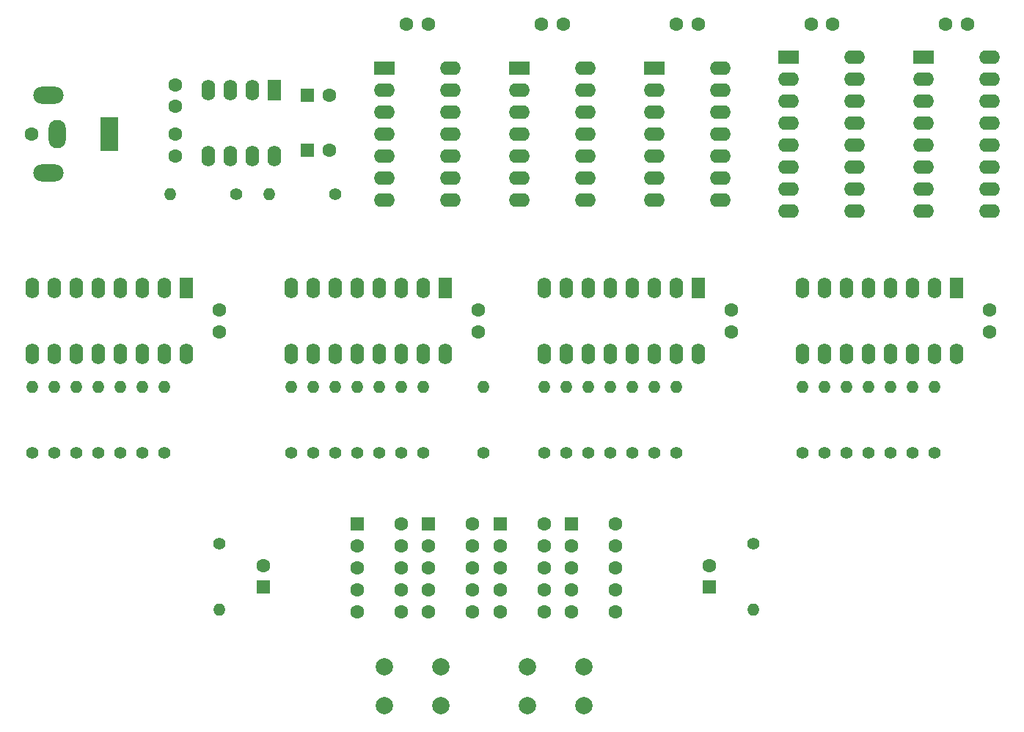
<source format=gbr>
%TF.GenerationSoftware,KiCad,Pcbnew,5.1.7-a382d34a8~87~ubuntu20.04.1*%
%TF.CreationDate,2020-10-16T12:11:00-03:00*%
%TF.ProjectId,cronometro-conta-para-zera,63726f6e-6f6d-4657-9472-6f2d636f6e74,rev?*%
%TF.SameCoordinates,Original*%
%TF.FileFunction,Soldermask,Top*%
%TF.FilePolarity,Negative*%
%FSLAX46Y46*%
G04 Gerber Fmt 4.6, Leading zero omitted, Abs format (unit mm)*
G04 Created by KiCad (PCBNEW 5.1.7-a382d34a8~87~ubuntu20.04.1) date 2020-10-16 12:11:00*
%MOMM*%
%LPD*%
G01*
G04 APERTURE LIST*
%ADD10O,2.400000X1.600000*%
%ADD11R,2.400000X1.600000*%
%ADD12C,1.600000*%
%ADD13R,1.600000X1.600000*%
%ADD14O,1.600000X2.400000*%
%ADD15R,1.600000X2.400000*%
%ADD16C,2.000000*%
%ADD17O,1.400000X1.400000*%
%ADD18C,1.400000*%
%ADD19O,3.500000X2.000000*%
%ADD20O,2.000000X3.300000*%
%ADD21R,2.000000X4.000000*%
G04 APERTURE END LIST*
D10*
%TO.C,U3*%
X225742000Y-31750000D03*
X218122000Y-49530000D03*
X225742000Y-34290000D03*
X218122000Y-46990000D03*
X225742000Y-36830000D03*
X218122000Y-44450000D03*
X225742000Y-39370000D03*
X218122000Y-41910000D03*
X225742000Y-41910000D03*
X218122000Y-39370000D03*
X225742000Y-44450000D03*
X218122000Y-36830000D03*
X225742000Y-46990000D03*
X218122000Y-34290000D03*
X225742000Y-49530000D03*
D11*
X218122000Y-31750000D03*
%TD*%
D12*
%TO.C,U14*%
X173355000Y-85725000D03*
X173355000Y-88265000D03*
X173355000Y-90805000D03*
X173355000Y-93345000D03*
X173355000Y-95885000D03*
X168275000Y-95885000D03*
X168275000Y-93345000D03*
X168275000Y-90805000D03*
X168275000Y-88265000D03*
D13*
X168275000Y-85725000D03*
%TD*%
D12*
%TO.C,U13*%
X181610000Y-85725000D03*
X181610000Y-88265000D03*
X181610000Y-90805000D03*
X181610000Y-93345000D03*
X181610000Y-95885000D03*
X176530000Y-95885000D03*
X176530000Y-93345000D03*
X176530000Y-90805000D03*
X176530000Y-88265000D03*
D13*
X176530000Y-85725000D03*
%TD*%
D12*
%TO.C,U12*%
X189865000Y-85725000D03*
X189865000Y-88265000D03*
X189865000Y-90805000D03*
X189865000Y-93345000D03*
X189865000Y-95885000D03*
X184785000Y-95885000D03*
X184785000Y-93345000D03*
X184785000Y-90805000D03*
X184785000Y-88265000D03*
D13*
X184785000Y-85725000D03*
%TD*%
D12*
%TO.C,U11*%
X198120000Y-85725000D03*
X198120000Y-88265000D03*
X198120000Y-90805000D03*
X198120000Y-93345000D03*
X198120000Y-95885000D03*
X193040000Y-95885000D03*
X193040000Y-93345000D03*
X193040000Y-90805000D03*
X193040000Y-88265000D03*
D13*
X193040000Y-85725000D03*
%TD*%
D14*
%TO.C,U10*%
X148590000Y-66040000D03*
X130810000Y-58420000D03*
X146050000Y-66040000D03*
X133350000Y-58420000D03*
X143510000Y-66040000D03*
X135890000Y-58420000D03*
X140970000Y-66040000D03*
X138430000Y-58420000D03*
X138430000Y-66040000D03*
X140970000Y-58420000D03*
X135890000Y-66040000D03*
X143510000Y-58420000D03*
X133350000Y-66040000D03*
X146050000Y-58420000D03*
X130810000Y-66040000D03*
D15*
X148590000Y-58420000D03*
%TD*%
D14*
%TO.C,U9*%
X178435000Y-66040000D03*
X160655000Y-58420000D03*
X175895000Y-66040000D03*
X163195000Y-58420000D03*
X173355000Y-66040000D03*
X165735000Y-58420000D03*
X170815000Y-66040000D03*
X168275000Y-58420000D03*
X168275000Y-66040000D03*
X170815000Y-58420000D03*
X165735000Y-66040000D03*
X173355000Y-58420000D03*
X163195000Y-66040000D03*
X175895000Y-58420000D03*
X160655000Y-66040000D03*
D15*
X178435000Y-58420000D03*
%TD*%
D14*
%TO.C,U8*%
X207645000Y-66040000D03*
X189865000Y-58420000D03*
X205105000Y-66040000D03*
X192405000Y-58420000D03*
X202565000Y-66040000D03*
X194945000Y-58420000D03*
X200025000Y-66040000D03*
X197485000Y-58420000D03*
X197485000Y-66040000D03*
X200025000Y-58420000D03*
X194945000Y-66040000D03*
X202565000Y-58420000D03*
X192405000Y-66040000D03*
X205105000Y-58420000D03*
X189865000Y-66040000D03*
D15*
X207645000Y-58420000D03*
%TD*%
D14*
%TO.C,U7*%
X237490000Y-66040000D03*
X219710000Y-58420000D03*
X234950000Y-66040000D03*
X222250000Y-58420000D03*
X232410000Y-66040000D03*
X224790000Y-58420000D03*
X229870000Y-66040000D03*
X227330000Y-58420000D03*
X227330000Y-66040000D03*
X229870000Y-58420000D03*
X224790000Y-66040000D03*
X232410000Y-58420000D03*
X222250000Y-66040000D03*
X234950000Y-58420000D03*
X219710000Y-66040000D03*
D15*
X237490000Y-58420000D03*
%TD*%
D10*
%TO.C,U6*%
X210185000Y-33020000D03*
X202565000Y-48260000D03*
X210185000Y-35560000D03*
X202565000Y-45720000D03*
X210185000Y-38100000D03*
X202565000Y-43180000D03*
X210185000Y-40640000D03*
X202565000Y-40640000D03*
X210185000Y-43180000D03*
X202565000Y-38100000D03*
X210185000Y-45720000D03*
X202565000Y-35560000D03*
X210185000Y-48260000D03*
D11*
X202565000Y-33020000D03*
%TD*%
D10*
%TO.C,U5*%
X194627000Y-33020000D03*
X187007000Y-48260000D03*
X194627000Y-35560000D03*
X187007000Y-45720000D03*
X194627000Y-38100000D03*
X187007000Y-43180000D03*
X194627000Y-40640000D03*
X187007000Y-40640000D03*
X194627000Y-43180000D03*
X187007000Y-38100000D03*
X194627000Y-45720000D03*
X187007000Y-35560000D03*
X194627000Y-48260000D03*
D11*
X187007000Y-33020000D03*
%TD*%
D10*
%TO.C,U4*%
X179070000Y-33020000D03*
X171450000Y-48260000D03*
X179070000Y-35560000D03*
X171450000Y-45720000D03*
X179070000Y-38100000D03*
X171450000Y-43180000D03*
X179070000Y-40640000D03*
X171450000Y-40640000D03*
X179070000Y-43180000D03*
X171450000Y-38100000D03*
X179070000Y-45720000D03*
X171450000Y-35560000D03*
X179070000Y-48260000D03*
D11*
X171450000Y-33020000D03*
%TD*%
D10*
%TO.C,U2*%
X241300000Y-31750000D03*
X233680000Y-49530000D03*
X241300000Y-34290000D03*
X233680000Y-46990000D03*
X241300000Y-36830000D03*
X233680000Y-44450000D03*
X241300000Y-39370000D03*
X233680000Y-41910000D03*
X241300000Y-41910000D03*
X233680000Y-39370000D03*
X241300000Y-44450000D03*
X233680000Y-36830000D03*
X241300000Y-46990000D03*
X233680000Y-34290000D03*
X241300000Y-49530000D03*
D11*
X233680000Y-31750000D03*
%TD*%
D14*
%TO.C,U1*%
X158750000Y-43180000D03*
X151130000Y-35560000D03*
X156210000Y-43180000D03*
X153670000Y-35560000D03*
X153670000Y-43180000D03*
X156210000Y-35560000D03*
X151130000Y-43180000D03*
D15*
X158750000Y-35560000D03*
%TD*%
D16*
%TO.C,SW2*%
X194460000Y-102235000D03*
X194460000Y-106735000D03*
X187960000Y-102235000D03*
X187960000Y-106735000D03*
%TD*%
%TO.C,SW1*%
X177950000Y-102235000D03*
X177950000Y-106735000D03*
X171450000Y-102235000D03*
X171450000Y-106735000D03*
%TD*%
D17*
%TO.C,R34*%
X143510000Y-69850000D03*
D18*
X143510000Y-77470000D03*
%TD*%
D17*
%TO.C,R33*%
X146050000Y-69850000D03*
D18*
X146050000Y-77470000D03*
%TD*%
D17*
%TO.C,R32*%
X130810000Y-69850000D03*
D18*
X130810000Y-77470000D03*
%TD*%
D17*
%TO.C,R31*%
X133350000Y-69850000D03*
D18*
X133350000Y-77470000D03*
%TD*%
D17*
%TO.C,R30*%
X135890000Y-69850000D03*
D18*
X135890000Y-77470000D03*
%TD*%
D17*
%TO.C,R29*%
X138430000Y-69850000D03*
D18*
X138430000Y-77470000D03*
%TD*%
D17*
%TO.C,R28*%
X140970000Y-69850000D03*
D18*
X140970000Y-77470000D03*
%TD*%
D17*
%TO.C,R27*%
X173355000Y-69850000D03*
D18*
X173355000Y-77470000D03*
%TD*%
D17*
%TO.C,R26*%
X175895000Y-69850000D03*
D18*
X175895000Y-77470000D03*
%TD*%
D17*
%TO.C,R25*%
X160655000Y-69850000D03*
D18*
X160655000Y-77470000D03*
%TD*%
D17*
%TO.C,R24*%
X163195000Y-69850000D03*
D18*
X163195000Y-77470000D03*
%TD*%
D17*
%TO.C,R23*%
X165735000Y-69850000D03*
D18*
X165735000Y-77470000D03*
%TD*%
D17*
%TO.C,R22*%
X168275000Y-69850000D03*
D18*
X168275000Y-77470000D03*
%TD*%
D17*
%TO.C,R21*%
X170815000Y-69850000D03*
D18*
X170815000Y-77470000D03*
%TD*%
D17*
%TO.C,R20*%
X202565000Y-69850000D03*
D18*
X202565000Y-77470000D03*
%TD*%
D17*
%TO.C,R19*%
X205105000Y-69850000D03*
D18*
X205105000Y-77470000D03*
%TD*%
D17*
%TO.C,R18*%
X189865000Y-69850000D03*
D18*
X189865000Y-77470000D03*
%TD*%
D17*
%TO.C,R17*%
X192405000Y-69850000D03*
D18*
X192405000Y-77470000D03*
%TD*%
D17*
%TO.C,R16*%
X194945000Y-69850000D03*
D18*
X194945000Y-77470000D03*
%TD*%
D17*
%TO.C,R15*%
X197485000Y-69850000D03*
D18*
X197485000Y-77470000D03*
%TD*%
D17*
%TO.C,R14*%
X200025000Y-69850000D03*
D18*
X200025000Y-77470000D03*
%TD*%
D17*
%TO.C,R13*%
X232410000Y-69850000D03*
D18*
X232410000Y-77470000D03*
%TD*%
D17*
%TO.C,R12*%
X234950000Y-69850000D03*
D18*
X234950000Y-77470000D03*
%TD*%
D17*
%TO.C,R11*%
X219710000Y-69850000D03*
D18*
X219710000Y-77470000D03*
%TD*%
D17*
%TO.C,R10*%
X222250000Y-69850000D03*
D18*
X222250000Y-77470000D03*
%TD*%
D17*
%TO.C,R9*%
X224790000Y-69850000D03*
D18*
X224790000Y-77470000D03*
%TD*%
D17*
%TO.C,R8*%
X227330000Y-69850000D03*
D18*
X227330000Y-77470000D03*
%TD*%
D17*
%TO.C,R7*%
X229870000Y-69850000D03*
D18*
X229870000Y-77470000D03*
%TD*%
D17*
%TO.C,R6*%
X182880000Y-69850000D03*
D18*
X182880000Y-77470000D03*
%TD*%
D17*
%TO.C,R5*%
X152400000Y-95595000D03*
D18*
X152400000Y-87975000D03*
%TD*%
D17*
%TO.C,R4*%
X213995000Y-95595000D03*
D18*
X213995000Y-87975000D03*
%TD*%
D17*
%TO.C,R2*%
X146685000Y-47625000D03*
D18*
X154305000Y-47625000D03*
%TD*%
D17*
%TO.C,R1*%
X158115000Y-47625000D03*
D18*
X165735000Y-47625000D03*
%TD*%
D12*
%TO.C,J1*%
X130700000Y-40640000D03*
D19*
X132700000Y-45140000D03*
X132700000Y-36140000D03*
D20*
X133700000Y-40640000D03*
D21*
X139700000Y-40640000D03*
%TD*%
D12*
%TO.C,C15*%
X205145000Y-27940000D03*
X207645000Y-27940000D03*
%TD*%
%TO.C,C14*%
X152400000Y-61000000D03*
X152400000Y-63500000D03*
%TD*%
%TO.C,C13*%
X182245000Y-61000000D03*
X182245000Y-63500000D03*
%TD*%
%TO.C,C12*%
X211455000Y-61000000D03*
X211455000Y-63500000D03*
%TD*%
%TO.C,C11*%
X241300000Y-61000000D03*
X241300000Y-63500000D03*
%TD*%
%TO.C,C10*%
X174030000Y-27940000D03*
X176530000Y-27940000D03*
%TD*%
%TO.C,C9*%
X189588000Y-27940000D03*
X192088000Y-27940000D03*
%TD*%
%TO.C,C8*%
X220702000Y-27940000D03*
X223202000Y-27940000D03*
%TD*%
%TO.C,C7*%
X236260000Y-27940000D03*
X238760000Y-27940000D03*
%TD*%
%TO.C,C6*%
X165060000Y-36195000D03*
D13*
X162560000Y-36195000D03*
%TD*%
D12*
%TO.C,C5*%
X165060000Y-42545000D03*
D13*
X162560000Y-42545000D03*
%TD*%
D12*
%TO.C,C4*%
X157480000Y-90490100D03*
D13*
X157480000Y-92990100D03*
%TD*%
D12*
%TO.C,C3*%
X208915000Y-90490100D03*
D13*
X208915000Y-92990100D03*
%TD*%
D12*
%TO.C,C2*%
X147320000Y-40680000D03*
X147320000Y-43180000D03*
%TD*%
%TO.C,C1*%
X147320000Y-34965000D03*
X147320000Y-37465000D03*
%TD*%
M02*

</source>
